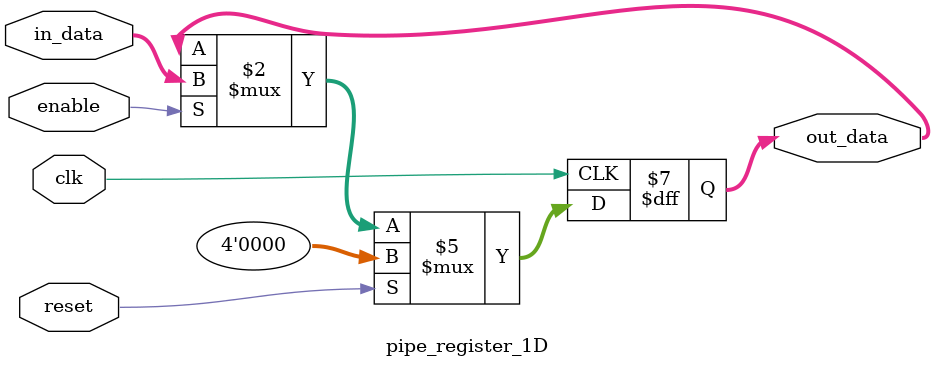
<source format=sv>

module pipe_register_1D #(
    parameter DATAW = 4
) (
    // Standard inputs
    input wire clk, reset, enable,
    input wire [DATAW-1:0] in_data,
    output reg [DATAW-1:0] out_data
);

    always @(posedge clk) begin
        if (reset) begin
            out_data <= 0;
        end
        else if (enable) begin
            out_data <= in_data;
        end
        // else latch the same data
    end

endmodule
</source>
